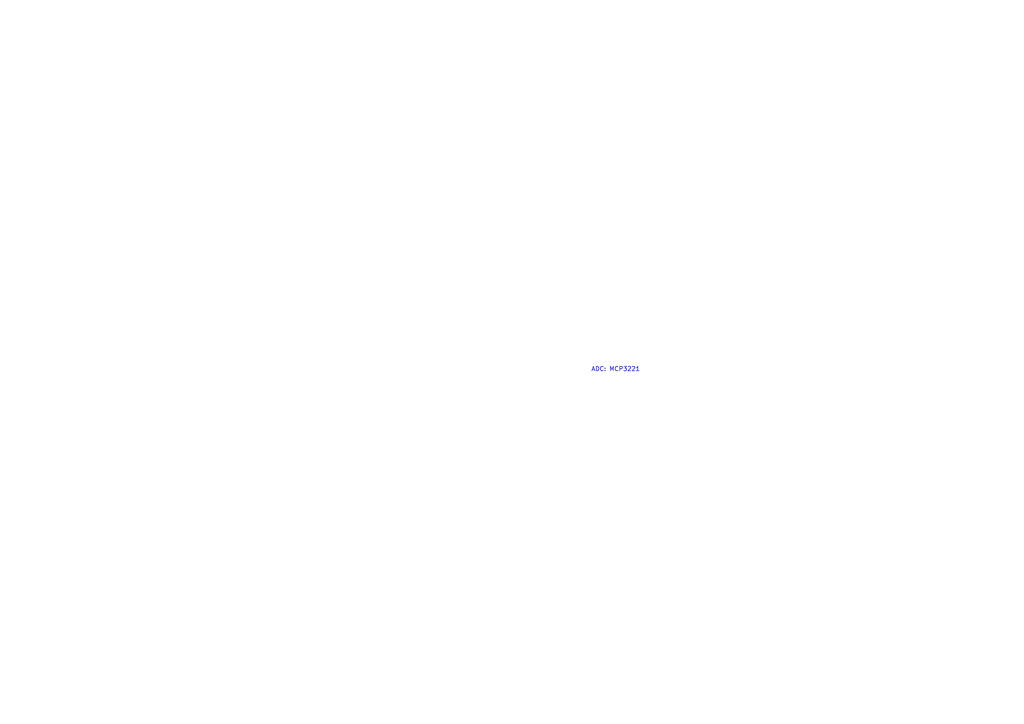
<source format=kicad_sch>
(kicad_sch (version 20230121) (generator eeschema)
  (paper "A4")
  (lib_symbols)
  (text "ADC: MCP3221\n" (at 171.45 107.95 0) (effects (font (size 1.27 1.27)) (justify left bottom)))
)
</source>
